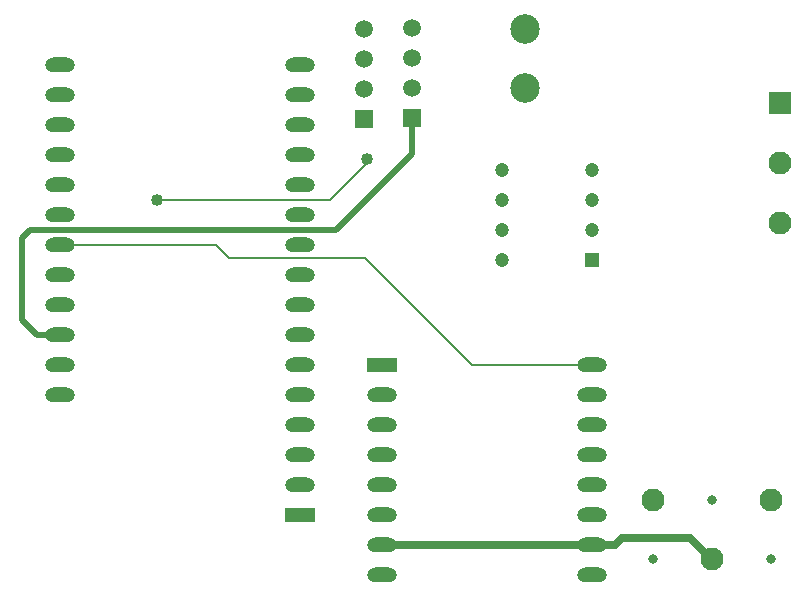
<source format=gbl>
G04*
G04 #@! TF.GenerationSoftware,Altium Limited,Altium Designer,19.1.8 (144)*
G04*
G04 Layer_Physical_Order=2*
G04 Layer_Color=16711680*
%FSLAX44Y44*%
%MOMM*%
G71*
G01*
G75*
%ADD15C,0.2032*%
%ADD50C,0.5080*%
%ADD51C,0.6350*%
%ADD52C,1.5000*%
%ADD53R,1.5000X1.5000*%
%ADD54R,1.2000X1.2000*%
%ADD55C,1.2000*%
%ADD56R,1.9500X1.9500*%
%ADD57C,1.9500*%
%ADD58C,0.8000*%
%ADD59O,2.5400X1.2700*%
%ADD60R,2.5400X1.2700*%
%ADD61C,2.5000*%
%ADD62C,1.0160*%
D15*
X406400Y203200D02*
X508000D01*
X315722Y293878D02*
X406400Y203200D01*
X139700Y342900D02*
X285750D01*
X316431Y376883D02*
X317500Y377952D01*
X316431Y373581D02*
Y376883D01*
X285750Y342900D02*
X316431Y373581D01*
X57150Y304800D02*
X189230D01*
X200152Y293878D01*
X315722D01*
D50*
X355600Y412750D02*
Y412844D01*
Y382198D02*
Y412750D01*
X38100Y228600D02*
X57150D01*
X25400Y241300D02*
X38100Y228600D01*
X25400Y241300D02*
Y311150D01*
X31750Y317500D01*
X290902D01*
X355600Y382198D01*
D51*
X590550Y57150D02*
X609200Y38500D01*
X533400Y57150D02*
X590550D01*
X527050Y50800D02*
X533400Y57150D01*
X514350Y50800D02*
X527050D01*
X330200D02*
X495300D01*
D52*
X355600Y488950D02*
D03*
Y463550D02*
D03*
Y438150D02*
D03*
X314960Y487680D02*
D03*
Y462280D02*
D03*
Y436880D02*
D03*
D53*
X355600Y412750D02*
D03*
X314960Y411480D02*
D03*
D54*
X508000Y292100D02*
D03*
D55*
Y317500D02*
D03*
Y342900D02*
D03*
Y368300D02*
D03*
X431800D02*
D03*
Y342900D02*
D03*
Y317500D02*
D03*
Y292100D02*
D03*
D56*
X666750Y425450D02*
D03*
D57*
Y374650D02*
D03*
Y323850D02*
D03*
X559600Y88900D02*
D03*
X659600D02*
D03*
X609600Y38900D02*
D03*
D58*
Y88900D02*
D03*
X559600Y38900D02*
D03*
X659600D02*
D03*
D59*
X508000Y25400D02*
D03*
Y50800D02*
D03*
Y76200D02*
D03*
Y101600D02*
D03*
Y127000D02*
D03*
Y152400D02*
D03*
Y177800D02*
D03*
Y203200D02*
D03*
X330200Y25400D02*
D03*
Y50800D02*
D03*
Y76200D02*
D03*
Y101600D02*
D03*
Y127000D02*
D03*
Y152400D02*
D03*
Y177800D02*
D03*
X57150Y457200D02*
D03*
Y431800D02*
D03*
Y406400D02*
D03*
Y381000D02*
D03*
Y355600D02*
D03*
Y330200D02*
D03*
Y304800D02*
D03*
Y279400D02*
D03*
Y254000D02*
D03*
Y228600D02*
D03*
Y203200D02*
D03*
Y177800D02*
D03*
X260350Y457200D02*
D03*
Y431800D02*
D03*
Y406400D02*
D03*
Y381000D02*
D03*
Y355600D02*
D03*
Y330200D02*
D03*
Y304800D02*
D03*
Y279400D02*
D03*
Y254000D02*
D03*
Y228600D02*
D03*
Y203200D02*
D03*
Y177800D02*
D03*
Y152400D02*
D03*
Y127000D02*
D03*
Y101600D02*
D03*
D60*
X330200Y203200D02*
D03*
X260350Y76200D02*
D03*
D61*
X450850Y487896D02*
D03*
Y437896D02*
D03*
D62*
X139700Y342900D02*
D03*
X317500Y377952D02*
D03*
M02*

</source>
